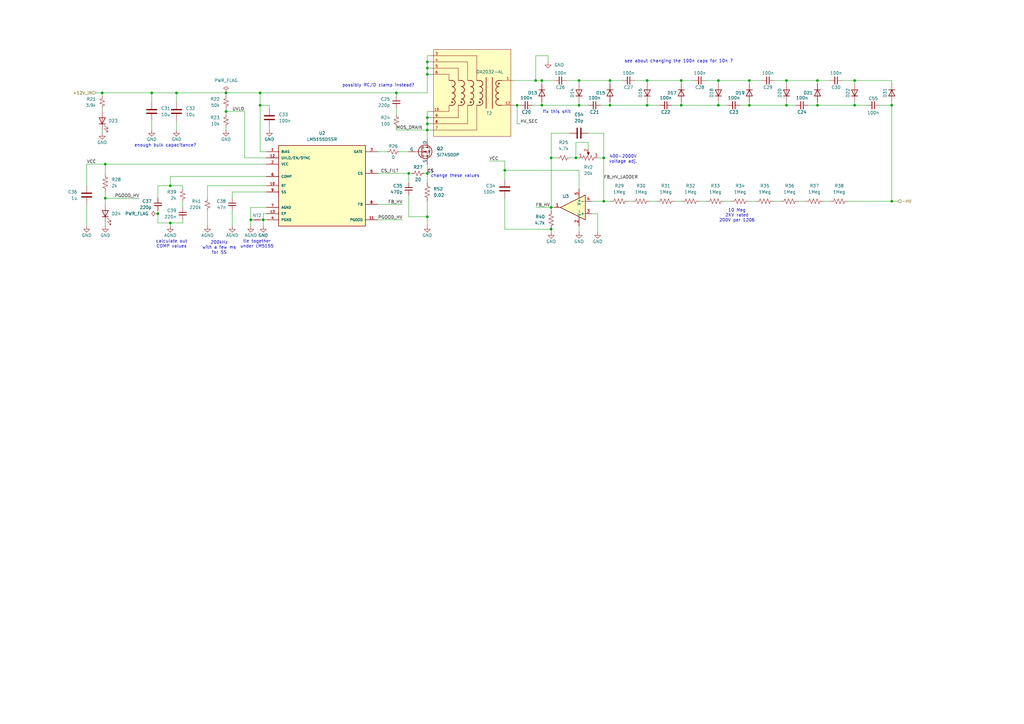
<source format=kicad_sch>
(kicad_sch (version 20250114) (generator "eeschema") (generator_version "9.0")
  (paper "A3")
  (lib_symbols
    (symbol "Amplifier_Operational:TLV2371DBV" (pin_names (offset 0.127))
      (property "Reference" "U2" (at -5.6581 10.16 0))
      (property "Value" "TLV314QDBVR" (at -5.6581 7.62 0))
      (symbol "TLV2371DBV_0_1"
        (pin power_in line (at -2.54 7.62 270) (length 3.81) (name "V+") (number "5"))
        (pin power_in line (at -2.54 -7.62 90) (length 3.81) (name "V-") (number "2"))
      )
      (symbol "TLV2371DBV_1_1"
        (pin input line (at -7.62 2.54 0) (length 2.54) (name "-") (number "4"))
        (pin input line (at -7.62 -2.54 0) (length 2.54) (name "+") (number "3"))
        (pin output line (at 7.62 0 180) (length 2.54) (name "~") (number "1"))
      )
    )
    (symbol "DA2032-AL:DA2032-AL" (pin_names (offset 1.016))
      (property "Reference" "T" (at -7.112 18.542 0))
      (property "Value" "DA2032-AL" (at -10.668 -21.59 0))
      (symbol "DA2032-AL_1_0"
        (pin passive line (at -24.13 15.24 0) (length 5.08) (name "~") (number "7"))
        (pin passive line (at -24.13 12.7 0) (length 5.08) (name "~") (number "8"))
        (pin passive line (at -24.13 10.16 0) (length 5.08) (name "~") (number "9"))
        (pin passive line (at -24.13 7.62 0) (length 5.08) (name "~") (number "10"))
        (pin passive line (at -24.13 -7.62 0) (length 5.08) (name "~") (number "6"))
        (pin passive line (at -24.13 -10.16 0) (length 5.08) (name "~") (number "5"))
        (pin passive line (at -24.13 -12.7 0) (length 5.08) (name "~") (number "4"))
        (pin passive line (at -24.13 -15.24 0) (length 5.08) (name "~") (number "3"))
        (pin no_connect line (at 10.16 12.7 180) (length 5.08) (hide yes) (name "~") (number "11"))
        (pin no_connect line (at 10.16 10.16 180) (length 5.08) (hide yes) (name "~") (number "2"))
        (pin passive line (at 10.16 5.08 180) (length 5.08) (name "~") (number "12"))
        (pin passive line (at 10.16 -5.08 180) (length 5.08) (name "~") (number "1"))
      )
    )
    (symbol "Device:C" (pin_numbers (hide yes)) (pin_names (offset 0.254))
      (property "Reference" "C" (at 0.635 2.54 0))
      (property "Value" "C" (at 0.635 -2.54 0))
      (symbol "C_1_1"
        (pin passive line (at 0 3.81 270) (length 2.794) (name "~") (number "1"))
        (pin passive line (at 0 -3.81 90) (length 2.794) (name "~") (number "2"))
      )
    )
    (symbol "Device:C_Small" (pin_numbers (hide yes)) (pin_names (offset 0.254) (hide yes))
      (property "Reference" "C" (at 0.254 1.778 0))
      (property "Value" "C_Small" (at 0.254 -2.032 0))
      (symbol "C_Small_1_1"
        (pin passive line (at 0 2.54 270) (length 2.032) (name "~") (number "1"))
        (pin passive line (at 0 -2.54 90) (length 2.032) (name "~") (number "2"))
      )
    )
    (symbol "Device:D" (pin_numbers (hide yes)) (pin_names (offset 1.016) (hide yes))
      (property "Reference" "D" (at 0 2.54 0))
      (property "Value" "D" (at 0 -2.54 0))
      (symbol "D_1_1"
        (pin passive line (at -3.81 0 0) (length 2.54) (name "K") (number "1"))
        (pin passive line (at 3.81 0 180) (length 2.54) (name "A") (number "2"))
      )
    )
    (symbol "Device:LED" (pin_numbers (hide yes)) (pin_names (offset 1.016) (hide yes))
      (property "Reference" "D" (at 0 2.54 0))
      (property "Value" "LED" (at 0 -2.54 0))
      (symbol "LED_1_1"
        (pin passive line (at -3.81 0 0) (length 2.54) (name "K") (number "1"))
        (pin passive line (at 3.81 0 180) (length 2.54) (name "A") (number "2"))
      )
    )
    (symbol "Device:NetTie_2" (pin_numbers (hide yes)) (pin_names (offset 0) (hide yes)) (in_bom no)
      (property "Reference" "NT" (at 0 1.27 0))
      (property "Value" "NetTie_2" (at 0 -1.27 0))
      (symbol "NetTie_2_1_1"
        (pin passive line (at -2.54 0 0) (length 2.54) (name "1") (number "1"))
        (pin passive line (at 2.54 0 180) (length 2.54) (name "2") (number "2"))
      )
    )
    (symbol "Device:R_Potentiometer_US" (pin_names (offset 1.016) (hide yes))
      (property "Reference" "RV" (at -4.445 0 90))
      (property "Value" "R_Potentiometer_US" (at -2.54 0 90))
      (symbol "R_Potentiometer_US_1_1"
        (pin passive line (at 0 3.81 270) (length 1.27) (name "1") (number "1"))
        (pin passive line (at 0 -3.81 90) (length 1.27) (name "3") (number "3"))
        (pin passive line (at 3.81 0 180) (length 1.27) (name "2") (number "2"))
      )
    )
    (symbol "Device:R_Small_US" (pin_numbers (hide yes)) (pin_names (offset 0.254) (hide yes))
      (property "Reference" "R" (at 0.762 0.508 0))
      (property "Value" "R_Small_US" (at 0.762 -1.016 0))
      (symbol "R_Small_US_1_1"
        (pin passive line (at 0 2.54 270) (length 1.016) (name "~") (number "1"))
        (pin passive line (at 0 -2.54 90) (length 1.016) (name "~") (number "2"))
      )
    )
    (symbol "Device:R_US" (pin_numbers (hide yes)) (pin_names (offset 0))
      (property "Reference" "R" (at 2.54 0 90))
      (property "Value" "R_US" (at -2.54 0 90))
      (symbol "R_US_1_1"
        (pin passive line (at 0 3.81 270) (length 1.27) (name "~") (number "1"))
        (pin passive line (at 0 -3.81 90) (length 1.27) (name "~") (number "2"))
      )
    )
    (symbol "LM5155DSSR:LM5155DSSR" (pin_names (offset 1.016))
      (property "Reference" "U1" (at 0 20.32 0))
      (property "Value" "LM5155DSSR" (at 0 17.78 0))
      (symbol "LM5155DSSR_0_0"
        (pin power_in line (at -22.86 12.7 0) (length 5.08) (name "BIAS") (number "1"))
        (pin input line (at -22.86 10.16 0) (length 5.08) (name "UVLO/EN/SYNC") (number "12"))
        (pin output line (at -22.86 2.54 0) (length 5.08) (name "COMP") (number "6"))
        (pin input line (at -22.86 -1.27 0) (length 5.08) (name "RT") (number "10"))
        (pin input line (at -22.86 -3.81 0) (length 5.08) (name "SS") (number "9"))
        (pin power_in line (at -22.86 -10.16 0) (length 5.08) (name "AGND") (number "7"))
        (pin power_in line (at -22.86 -12.7 0) (length 5.08) (name "EP") (number "13"))
        (pin power_in line (at -22.86 -15.24 0) (length 5.08) (name "PGND") (number "4"))
        (pin output line (at 22.86 12.7 180) (length 5.08) (name "GATE") (number "3"))
        (pin input line (at 22.86 3.81 180) (length 5.08) (name "CS") (number "5"))
        (pin input line (at 22.86 -8.89 180) (length 5.08) (name "FB") (number "8"))
        (pin output line (at 22.86 -15.24 180) (length 5.08) (name "PGOOD") (number "11"))
      )
      (symbol "LM5155DSSR_1_0"
        (pin power_out line (at -22.86 7.62 0) (length 5.08) (name "VCC") (number "2"))
      )
    )
    (symbol "Simulation_SPICE:NMOS" (pin_numbers (hide yes)) (pin_names (offset 0))
      (property "Reference" "Q1" (at 6.35 1.2701 0))
      (property "Value" "Si7450DP" (at 6.35 -1.2699 0))
      (symbol "NMOS_1_1"
        (pin input line (at -5.08 0 0) (length 2.54) (name "G") (number "4"))
        (pin passive line (at 2.54 5.08 270) (length 2.54) (name "D") (number "5"))
        (pin passive line (at 2.54 -5.08 90) (length 2.54) (hide yes) (name "S") (number "1"))
        (pin passive line (at 2.54 -5.08 90) (length 2.54) (hide yes) (name "S") (number "2"))
        (pin passive line (at 2.54 -5.08 90) (length 2.54) (name "S") (number "3"))
      )
    )
    (symbol "power:GND" (power) (pin_numbers (hide yes)) (pin_names (offset 0) (hide yes))
      (property "Value" "GND" (at 0 -3.81 0))
      (symbol "GND_1_1"
        (pin power_in line (at 0 0 270) (length 0) (name "~") (number "1"))
      )
    )
    (symbol "power:GNDA" (power) (pin_numbers (hide yes)) (pin_names (offset 0) (hide yes))
      (property "Value" "GNDA" (at 0 -3.81 0))
      (symbol "GNDA_1_1"
        (pin power_in line (at 0 0 270) (length 0) (name "~") (number "1"))
      )
    )
    (symbol "power:PWR_FLAG" (power) (pin_numbers (hide yes)) (pin_names (offset 0) (hide yes))
      (property "Value" "PWR_FLAG" (at 0 3.81 0))
      (symbol "PWR_FLAG_0_0"
        (pin power_out line (at 0 0 90) (length 0) (name "~") (number "1"))
      )
    )
  )
  (text "fix this shit " (at 228.854 45.974 0) (effects (font (size 1.27 1.27))))
  (text "tie together\nunder LM5155" (at 105.41 100.076 0) (effects (font (size 1.27 1.27))))
  (text "10 Meg\n2KV rated\n200V per 1206\n" (at 302.26 88.392 0) (effects (font (size 1.27 1.27))))
  (text "change these values" (at 186.69 72.136 0) (effects (font (size 1.27 1.27))))
  (text "400-2000V\nvoltage adj." (at 255.524 65.278 0) (effects (font (size 1.27 1.27))))
  (text "200kHz\nwith a few ms\nfor SS" (at 89.916 101.6 0) (effects (font (size 1.27 1.27))))
  (text "enough bulk capacitance?" (at 67.818 59.69 0) (effects (font (size 1.27 1.27))))
  (text "calculate out\nCOMP values" (at 70.358 100.076 0) (effects (font (size 1.27 1.27))))
  (text "see about changing the 100n caps for 10n ?" (at 278.384 25.146 0) (effects (font (size 1.27 1.27))))
  (text "possibly RC/D clamp instead?" (at 155.194 35.052 0) (effects (font (size 1.27 1.27))))
  (junction (at 175.26 50.8))
  (junction (at 322.58 33.02))
  (junction (at 43.18 81.28))
  (junction (at 226.06 64.77))
  (junction (at 335.28 33.02))
  (junction (at 226.06 85.09))
  (junction (at 106.68 38.1))
  (junction (at 335.28 43.18))
  (junction (at 365.76 43.18))
  (junction (at 175.26 88.9))
  (junction (at 265.43 33.02))
  (junction (at 106.68 43.18))
  (junction (at 237.49 33.02))
  (junction (at 350.52 43.18))
  (junction (at 307.34 33.02))
  (junction (at 175.26 71.12))
  (junction (at 175.26 53.34))
  (junction (at 92.71 38.1))
  (junction (at 265.43 43.18))
  (junction (at 247.65 64.77))
  (junction (at 41.91 38.1))
  (junction (at 236.22 64.77))
  (junction (at 175.26 30.48))
  (junction (at 247.65 82.55))
  (junction (at 279.4 43.18))
  (junction (at 222.25 43.18))
  (junction (at 175.26 27.94))
  (junction (at 250.19 33.02))
  (junction (at 237.49 43.18))
  (junction (at 167.64 71.12))
  (junction (at 307.34 43.18))
  (junction (at 279.4 33.02))
  (junction (at 219.71 33.02))
  (junction (at 69.85 91.44))
  (junction (at 162.56 38.1))
  (junction (at 64.77 87.63))
  (junction (at 294.64 43.18))
  (junction (at 222.25 33.02))
  (junction (at 72.39 38.1))
  (junction (at 294.64 33.02))
  (junction (at 43.18 67.31))
  (junction (at 250.19 43.18))
  (junction (at 92.71 45.72))
  (junction (at 212.09 43.18))
  (junction (at 107.95 90.17))
  (junction (at 69.85 76.2))
  (junction (at 207.01 69.85))
  (junction (at 62.23 38.1))
  (junction (at 350.52 33.02))
  (junction (at 102.87 90.17))
  (junction (at 365.76 82.55))
  (junction (at 226.06 93.98))
  (junction (at 322.58 43.18))
  (junction (at 175.26 25.4))
  (junction (at 175.26 48.26))
  (wire (pts (xy 279.4 34.29) (xy 279.4 33.02)))
  (wire (pts (xy 257.81 82.55) (xy 259.08 82.55)))
  (wire (pts (xy 41.91 38.1) (xy 62.23 38.1)))
  (wire (pts (xy 106.68 38.1) (xy 106.68 43.18)))
  (wire (pts (xy 265.43 43.18) (xy 265.43 41.91)))
  (wire (pts (xy 247.65 82.55) (xy 250.19 82.55)))
  (wire (pts (xy 64.77 86.36) (xy 64.77 87.63)))
  (wire (pts (xy 322.58 33.02) (xy 322.58 34.29)))
  (wire (pts (xy 43.18 81.28) (xy 57.15 81.28)))
  (wire (pts (xy 41.91 45.72) (xy 41.91 44.45)))
  (wire (pts (xy 35.56 76.2) (xy 35.56 67.31)))
  (wire (pts (xy 327.66 82.55) (xy 330.2 82.55)))
  (wire (pts (xy 294.64 33.02) (xy 294.64 34.29)))
  (wire (pts (xy 85.09 76.2) (xy 85.09 81.28)))
  (wire (pts (xy 109.22 87.63) (xy 107.95 87.63)))
  (wire (pts (xy 360.68 43.18) (xy 365.76 43.18)))
  (wire (pts (xy 200.66 66.04) (xy 207.01 66.04)))
  (wire (pts (xy 224.79 25.4) (xy 224.79 22.86)))
  (wire (pts (xy 222.25 43.18) (xy 222.25 41.91)))
  (wire (pts (xy 95.25 86.36) (xy 95.25 92.71)))
  (wire (pts (xy 276.86 82.55) (xy 279.4 82.55)))
  (wire (pts (xy 102.87 90.17) (xy 102.87 92.71)))
  (wire (pts (xy 167.64 71.12) (xy 168.91 71.12)))
  (wire (pts (xy 167.64 80.01) (xy 167.64 88.9)))
  (wire (pts (xy 345.44 33.02) (xy 350.52 33.02)))
  (wire (pts (xy 250.19 34.29) (xy 250.19 33.02)))
  (wire (pts (xy 154.94 90.17) (xy 165.1 90.17)))
  (wire (pts (xy 331.47 43.18) (xy 335.28 43.18)))
  (wire (pts (xy 175.26 25.4) (xy 175.26 22.86)))
  (wire (pts (xy 175.26 27.94) (xy 175.26 25.4)))
  (wire (pts (xy 236.22 64.77) (xy 237.49 64.77)))
  (wire (pts (xy 92.71 38.1) (xy 106.68 38.1)))
  (wire (pts (xy 297.18 82.55) (xy 299.72 82.55)))
  (wire (pts (xy 335.28 43.18) (xy 350.52 43.18)))
  (wire (pts (xy 207.01 93.98) (xy 226.06 93.98)))
  (wire (pts (xy 74.93 76.2) (xy 74.93 77.47)))
  (wire (pts (xy 236.22 58.42) (xy 241.3 58.42)))
  (wire (pts (xy 162.56 52.07) (xy 162.56 53.34)))
  (wire (pts (xy 175.26 53.34) (xy 175.26 57.15)))
  (wire (pts (xy 175.26 50.8) (xy 175.26 48.26)))
  (wire (pts (xy 226.06 85.09) (xy 226.06 86.36)))
  (wire (pts (xy 242.57 82.55) (xy 247.65 82.55)))
  (wire (pts (xy 173.99 71.12) (xy 175.26 71.12)))
  (wire (pts (xy 265.43 43.18) (xy 270.51 43.18)))
  (wire (pts (xy 64.77 87.63) (xy 64.77 91.44)))
  (wire (pts (xy 365.76 33.02) (xy 365.76 34.29)))
  (wire (pts (xy 237.49 92.71) (xy 237.49 95.25)))
  (wire (pts (xy 162.56 53.34) (xy 175.26 53.34)))
  (wire (pts (xy 287.02 82.55) (xy 289.56 82.55)))
  (wire (pts (xy 62.23 38.1) (xy 62.23 41.91)))
  (wire (pts (xy 64.77 76.2) (xy 69.85 76.2)))
  (wire (pts (xy 218.44 43.18) (xy 222.25 43.18)))
  (wire (pts (xy 41.91 39.37) (xy 41.91 38.1)))
  (wire (pts (xy 322.58 43.18) (xy 326.39 43.18)))
  (wire (pts (xy 233.68 54.61) (xy 226.06 54.61)))
  (wire (pts (xy 107.95 90.17) (xy 107.95 92.71)))
  (wire (pts (xy 365.76 43.18) (xy 365.76 82.55)))
  (wire (pts (xy 222.25 33.02) (xy 227.33 33.02)))
  (wire (pts (xy 241.3 54.61) (xy 247.65 54.61)))
  (wire (pts (xy 43.18 91.44) (xy 43.18 92.71)))
  (wire (pts (xy 109.22 85.09) (xy 102.87 85.09)))
  (wire (pts (xy 109.22 76.2) (xy 85.09 76.2)))
  (wire (pts (xy 109.22 78.74) (xy 95.25 78.74)))
  (wire (pts (xy 347.98 82.55) (xy 365.76 82.55)))
  (wire (pts (xy 175.26 88.9) (xy 175.26 92.71)))
  (wire (pts (xy 74.93 82.55) (xy 74.93 85.09)))
  (wire (pts (xy 275.59 43.18) (xy 279.4 43.18)))
  (wire (pts (xy 219.71 22.86) (xy 219.71 33.02)))
  (wire (pts (xy 294.64 43.18) (xy 298.45 43.18)))
  (wire (pts (xy 350.52 43.18) (xy 350.52 41.91)))
  (wire (pts (xy 237.49 43.18) (xy 241.3 43.18)))
  (wire (pts (xy 69.85 72.39) (xy 69.85 76.2)))
  (wire (pts (xy 175.26 48.26) (xy 176.53 48.26)))
  (wire (pts (xy 167.64 88.9) (xy 175.26 88.9)))
  (wire (pts (xy 106.68 62.23) (xy 109.22 62.23)))
  (wire (pts (xy 39.37 38.1) (xy 41.91 38.1)))
  (wire (pts (xy 307.34 43.18) (xy 307.34 41.91)))
  (wire (pts (xy 175.26 82.55) (xy 175.26 88.9)))
  (wire (pts (xy 69.85 76.2) (xy 74.93 76.2)))
  (wire (pts (xy 35.56 83.82) (xy 35.56 92.71)))
  (wire (pts (xy 92.71 52.07) (xy 92.71 53.34)))
  (wire (pts (xy 303.53 43.18) (xy 307.34 43.18)))
  (wire (pts (xy 317.5 82.55) (xy 320.04 82.55)))
  (wire (pts (xy 175.26 45.72) (xy 176.53 45.72)))
  (wire (pts (xy 69.85 91.44) (xy 69.85 92.71)))
  (wire (pts (xy 242.57 87.63) (xy 245.11 87.63)))
  (wire (pts (xy 102.87 85.09) (xy 102.87 90.17)))
  (wire (pts (xy 207.01 81.28) (xy 207.01 93.98)))
  (wire (pts (xy 207.01 69.85) (xy 237.49 69.85)))
  (wire (pts (xy 212.09 50.8) (xy 213.36 50.8)))
  (wire (pts (xy 175.26 27.94) (xy 176.53 27.94)))
  (wire (pts (xy 365.76 43.18) (xy 365.76 41.91)))
  (wire (pts (xy 365.76 82.55) (xy 368.3 82.55)))
  (wire (pts (xy 100.33 64.77) (xy 109.22 64.77)))
  (wire (pts (xy 307.34 43.18) (xy 322.58 43.18)))
  (wire (pts (xy 62.23 38.1) (xy 72.39 38.1)))
  (wire (pts (xy 232.41 33.02) (xy 237.49 33.02)))
  (wire (pts (xy 43.18 67.31) (xy 43.18 71.12)))
  (wire (pts (xy 74.93 90.17) (xy 74.93 91.44)))
  (wire (pts (xy 260.35 33.02) (xy 265.43 33.02)))
  (wire (pts (xy 279.4 33.02) (xy 284.48 33.02)))
  (wire (pts (xy 175.26 25.4) (xy 176.53 25.4)))
  (wire (pts (xy 154.94 62.23) (xy 158.75 62.23)))
  (wire (pts (xy 69.85 91.44) (xy 74.93 91.44)))
  (wire (pts (xy 110.49 43.18) (xy 106.68 43.18)))
  (wire (pts (xy 175.26 38.1) (xy 175.26 30.48)))
  (wire (pts (xy 226.06 64.77) (xy 226.06 85.09)))
  (wire (pts (xy 62.23 49.53) (xy 62.23 53.34)))
  (wire (pts (xy 219.71 85.09) (xy 226.06 85.09)))
  (wire (pts (xy 175.26 22.86) (xy 176.53 22.86)))
  (wire (pts (xy 237.49 33.02) (xy 250.19 33.02)))
  (wire (pts (xy 207.01 69.85) (xy 207.01 73.66)))
  (wire (pts (xy 307.34 34.29) (xy 307.34 33.02)))
  (wire (pts (xy 289.56 33.02) (xy 294.64 33.02)))
  (wire (pts (xy 247.65 64.77) (xy 247.65 82.55)))
  (wire (pts (xy 335.28 33.02) (xy 340.36 33.02)))
  (wire (pts (xy 246.38 43.18) (xy 250.19 43.18)))
  (wire (pts (xy 85.09 86.36) (xy 85.09 92.71)))
  (wire (pts (xy 250.19 43.18) (xy 265.43 43.18)))
  (wire (pts (xy 109.22 72.39) (xy 69.85 72.39)))
  (wire (pts (xy 162.56 38.1) (xy 162.56 39.37)))
  (wire (pts (xy 322.58 33.02) (xy 335.28 33.02)))
  (wire (pts (xy 335.28 43.18) (xy 335.28 41.91)))
  (wire (pts (xy 236.22 64.77) (xy 236.22 58.42)))
  (wire (pts (xy 222.25 34.29) (xy 222.25 33.02)))
  (wire (pts (xy 294.64 33.02) (xy 307.34 33.02)))
  (wire (pts (xy 219.71 33.02) (xy 222.25 33.02)))
  (wire (pts (xy 350.52 33.02) (xy 365.76 33.02)))
  (wire (pts (xy 92.71 45.72) (xy 92.71 46.99)))
  (wire (pts (xy 237.49 69.85) (xy 237.49 77.47)))
  (wire (pts (xy 167.64 71.12) (xy 167.64 74.93)))
  (wire (pts (xy 43.18 67.31) (xy 109.22 67.31)))
  (wire (pts (xy 72.39 38.1) (xy 72.39 41.91)))
  (wire (pts (xy 110.49 44.45) (xy 110.49 43.18)))
  (wire (pts (xy 43.18 78.74) (xy 43.18 81.28)))
  (wire (pts (xy 350.52 33.02) (xy 350.52 34.29)))
  (wire (pts (xy 233.68 64.77) (xy 236.22 64.77)))
  (wire (pts (xy 43.18 81.28) (xy 43.18 83.82)))
  (wire (pts (xy 154.94 71.12) (xy 167.64 71.12)))
  (wire (pts (xy 163.83 62.23) (xy 167.64 62.23)))
  (wire (pts (xy 294.64 43.18) (xy 294.64 41.91)))
  (wire (pts (xy 322.58 43.18) (xy 322.58 41.91)))
  (wire (pts (xy 222.25 43.18) (xy 237.49 43.18)))
  (wire (pts (xy 107.95 87.63) (xy 107.95 90.17)))
  (wire (pts (xy 175.26 50.8) (xy 176.53 50.8)))
  (wire (pts (xy 247.65 54.61) (xy 247.65 64.77)))
  (wire (pts (xy 226.06 64.77) (xy 228.6 64.77)))
  (wire (pts (xy 317.5 33.02) (xy 322.58 33.02)))
  (wire (pts (xy 250.19 33.02) (xy 255.27 33.02)))
  (wire (pts (xy 279.4 43.18) (xy 279.4 41.91)))
  (wire (pts (xy 279.4 43.18) (xy 294.64 43.18)))
  (wire (pts (xy 226.06 54.61) (xy 226.06 64.77)))
  (wire (pts (xy 106.68 43.18) (xy 106.68 62.23)))
  (wire (pts (xy 207.01 69.85) (xy 207.01 66.04)))
  (wire (pts (xy 175.26 71.12) (xy 175.26 74.93)))
  (wire (pts (xy 41.91 53.34) (xy 41.91 54.61)))
  (wire (pts (xy 64.77 91.44) (xy 69.85 91.44)))
  (wire (pts (xy 72.39 49.53) (xy 72.39 53.34)))
  (wire (pts (xy 241.3 58.42) (xy 241.3 60.96)))
  (wire (pts (xy 109.22 90.17) (xy 107.95 90.17)))
  (wire (pts (xy 307.34 82.55) (xy 309.88 82.55)))
  (wire (pts (xy 110.49 52.07) (xy 110.49 53.34)))
  (wire (pts (xy 237.49 33.02) (xy 237.49 34.29)))
  (wire (pts (xy 350.52 43.18) (xy 355.6 43.18)))
  (wire (pts (xy 224.79 22.86) (xy 219.71 22.86)))
  (wire (pts (xy 226.06 85.09) (xy 227.33 85.09)))
  (wire (pts (xy 175.26 48.26) (xy 175.26 45.72)))
  (wire (pts (xy 106.68 38.1) (xy 162.56 38.1)))
  (wire (pts (xy 175.26 30.48) (xy 175.26 27.94)))
  (wire (pts (xy 92.71 44.45) (xy 92.71 45.72)))
  (wire (pts (xy 337.82 82.55) (xy 340.36 82.55)))
  (wire (pts (xy 245.11 64.77) (xy 247.65 64.77)))
  (wire (pts (xy 210.82 43.18) (xy 212.09 43.18)))
  (wire (pts (xy 245.11 87.63) (xy 245.11 95.25)))
  (wire (pts (xy 226.06 93.98) (xy 226.06 95.25)))
  (wire (pts (xy 92.71 38.1) (xy 92.71 39.37)))
  (wire (pts (xy 237.49 43.18) (xy 237.49 41.91)))
  (wire (pts (xy 265.43 33.02) (xy 279.4 33.02)))
  (wire (pts (xy 307.34 33.02) (xy 312.42 33.02)))
  (wire (pts (xy 210.82 33.02) (xy 219.71 33.02)))
  (wire (pts (xy 212.09 43.18) (xy 213.36 43.18)))
  (wire (pts (xy 335.28 34.29) (xy 335.28 33.02)))
  (wire (pts (xy 266.7 82.55) (xy 269.24 82.55)))
  (wire (pts (xy 72.39 38.1) (xy 92.71 38.1)))
  (wire (pts (xy 95.25 78.74) (xy 95.25 81.28)))
  (wire (pts (xy 154.94 83.82) (xy 165.1 83.82)))
  (wire (pts (xy 100.33 45.72) (xy 100.33 64.77)))
  (wire (pts (xy 175.26 30.48) (xy 176.53 30.48)))
  (wire (pts (xy 175.26 67.31) (xy 175.26 71.12)))
  (wire (pts (xy 64.77 81.28) (xy 64.77 76.2)))
  (wire (pts (xy 250.19 43.18) (xy 250.19 41.91)))
  (wire (pts (xy 175.26 53.34) (xy 175.26 50.8)))
  (wire (pts (xy 212.09 43.18) (xy 212.09 50.8)))
  (wire (pts (xy 92.71 45.72) (xy 100.33 45.72)))
  (wire (pts (xy 162.56 38.1) (xy 175.26 38.1)))
  (wire (pts (xy 265.43 33.02) (xy 265.43 34.29)))
  (wire (pts (xy 35.56 67.31) (xy 43.18 67.31)))
  (wire (pts (xy 162.56 44.45) (xy 162.56 46.99)))
  (wire (pts (xy 176.53 53.34) (xy 175.26 53.34)))
  (label "VCC" (at 200.66 66.04 0))
  (label "VCC" (at 35.56 67.31 0))
  (label "FB_HV" (at 165.1 83.82 180))
  (label "CS_FILT" (at 156.21 71.12 0))
  (label "MOS_DRAIN" (at 162.56 53.34 0))
  (label "UVLO" (at 95.25 45.72 0))
  (label "PGOOD_HV" (at 165.1 90.17 180))
  (label "HV_SEC" (at 213.36 50.8 0))
  (label "FB_HV_LADDER" (at 247.65 73.66 0))
  (label "CS" (at 175.26 71.12 0))
  (label "CS" (at 175.26 71.12 0))
  (label "FB_HV" (at 219.71 85.09 0))
  (label "PGOOD_HV" (at 57.15 81.28 180))
  (hierarchical_label "-HV" (shape input) (at 368.3 82.55 0))
  (hierarchical_label "+12V_IN" (shape input) (at 39.37 38.1 180))
  (symbol (lib_id "Device:D") (at 237.49 38.1 270) (mirror x) (unit 1)
    (property "Reference" "D14" (at 234.696 38.1 0))
    (property "Value" "D" (effects (hide yes)))
    (property "Footprint" "Diode_SMD:D_SMA" (effects (hide yes)))
    (property "Datasheet" "RS1M" (effects (hide yes)))
    (property "Description" "Diode" (effects (hide yes)))
    (property "Sim.Device" "D" (effects (hide yes)))
    (property "Sim.Pins" "1=K 2=A" (effects (hide yes)))
  )
  (symbol (lib_id "power:GND") (at 35.56 92.71 0) (unit 1)
    (property "Reference" "#PWR031" (effects (hide yes)))
    (property "Value" "GND" (at 35.56 96.52 0))
    (property "Description" "Power symbol creates a global label with name \"GND\" , ground" (effects (hide yes)))
  )
  (symbol (lib_id "Device:C") (at 72.39 45.72 0) (unit 1)
    (property "Reference" "C32" (at 76.2 44.4499 0) (effects (justify left)))
    (property "Value" "10u" (at 76.2 46.9899 0) (effects (justify left)))
    (property "Footprint" "Capacitor_SMD:C_0805_2012Metric" (effects (hide yes)))
    (property "Datasheet" "CL21A106KAYNNNE" (effects (hide yes)))
    (property "Description" "Unpolarized capacitor" (effects (hide yes)))
  )
  (symbol (lib_id "Device:R_Small_US") (at 231.14 64.77 90) (unit 1)
    (property "Reference" "R25" (at 231.14 58.42 90))
    (property "Value" "4.7k" (at 231.14 60.96 90))
    (property "Footprint" "Resistor_SMD:R_0603_1608Metric" (effects (hide yes)))
    (property "Description" "Resistor, small US symbol" (effects (hide yes)))
  )
  (symbol (lib_id "Device:R_US") (at 313.69 82.55 90) (unit 1)
    (property "Reference" "R35" (at 313.69 76.2 90))
    (property "Value" "1Meg" (at 313.69 78.74 90))
    (property "Footprint" "Resistor_SMD:R_1206_3216Metric" (effects (hide yes)))
    (property "Description" "Resistor, US symbol" (effects (hide yes)))
  )
  (symbol (lib_id "Device:C_Small") (at 314.96 33.02 270) (unit 1)
    (property "Reference" "C29" (at 314.96 35.814 90))
    (property "Value" "100n" (at 314.96 29.972 90))
    (property "Footprint" "Capacitor_SMD:C_1812_4532Metric" (effects (hide yes)))
    (property "Datasheet" "C1812X104K102T" (effects (hide yes)))
    (property "Description" "Unpolarized capacitor, small symbol" (effects (hide yes)))
  )
  (symbol (lib_id "power:GND") (at 43.18 92.71 0) (unit 1)
    (property "Reference" "#PWR032" (effects (hide yes)))
    (property "Value" "GND" (at 43.18 96.52 0))
    (property "Description" "Power symbol creates a global label with name \"GND\" , ground" (effects (hide yes)))
  )
  (symbol (lib_id "power:GND") (at 72.39 53.34 0) (unit 1)
    (property "Reference" "#PWR024" (effects (hide yes)))
    (property "Value" "GND" (at 72.39 57.15 0))
    (property "Description" "Power symbol creates a global label with name \"GND\" , ground" (effects (hide yes)))
  )
  (symbol (lib_id "Device:R_US") (at 226.06 90.17 0) (mirror y) (unit 1)
    (property "Reference" "R40" (at 223.52 88.8999 0) (effects (justify left)))
    (property "Value" "4.7k" (at 223.52 91.4399 0) (effects (justify left)))
    (property "Footprint" "Resistor_SMD:R_0603_1608Metric" (effects (hide yes)))
    (property "Description" "Resistor, US symbol" (effects (hide yes)))
  )
  (symbol (lib_id "power:GND") (at 245.11 95.25 0) (unit 1)
    (property "Reference" "#PWR030" (effects (hide yes)))
    (property "Value" "GND" (at 245.11 99.06 0))
    (property "Description" "Power symbol creates a global label with name \"GND\" , ground" (effects (hide yes)))
  )
  (symbol (lib_id "power:GND") (at 237.49 95.25 0) (unit 1)
    (property "Reference" "#PWR029" (effects (hide yes)))
    (property "Value" "GND" (at 237.49 99.06 0))
    (property "Description" "Power symbol creates a global label with name \"GND\" , ground" (effects (hide yes)))
  )
  (symbol (lib_id "Device:D") (at 222.25 38.1 90) (mirror x) (unit 1)
    (property "Reference" "D13" (at 218.44 38.1 90))
    (property "Value" "D" (effects (hide yes)))
    (property "Footprint" "Diode_SMD:D_SMA" (effects (hide yes)))
    (property "Datasheet" "RS1M" (effects (hide yes)))
    (property "Description" "Diode" (effects (hide yes)))
    (property "Sim.Device" "D" (effects (hide yes)))
    (property "Sim.Pins" "1=K 2=A" (effects (hide yes)))
  )
  (symbol (lib_id "Device:R_US") (at 323.85 82.55 90) (unit 1)
    (property "Reference" "R36" (at 323.85 76.2 90))
    (property "Value" "1Meg" (at 323.85 78.74 90))
    (property "Footprint" "Resistor_SMD:R_1206_3216Metric" (effects (hide yes)))
    (property "Description" "Resistor, US symbol" (effects (hide yes)))
  )
  (symbol (lib_id "power:GND") (at 110.49 53.34 0) (unit 1)
    (property "Reference" "#PWR026" (effects (hide yes)))
    (property "Value" "GND" (at 110.49 57.15 0))
    (property "Description" "Power symbol creates a global label with name \"GND\" , ground" (effects (hide yes)))
  )
  (symbol (lib_id "Device:C_Small") (at 229.87 33.02 270) (unit 1)
    (property "Reference" "C26" (at 229.87 35.814 90))
    (property "Value" "100n" (at 229.87 29.972 90))
    (property "Footprint" "Capacitor_SMD:C_1812_4532Metric" (effects (hide yes)))
    (property "Datasheet" "C1812X104K102T" (effects (hide yes)))
    (property "Description" "Unpolarized capacitor, small symbol" (effects (hide yes)))
  )
  (symbol (lib_id "power:GND") (at 226.06 95.25 0) (unit 1)
    (property "Reference" "#PWR028" (effects (hide yes)))
    (property "Value" "GND" (at 226.06 99.06 0))
    (property "Description" "Power symbol creates a global label with name \"GND\" , ground" (effects (hide yes)))
  )
  (symbol (lib_id "Device:R_US") (at 262.89 82.55 90) (unit 1)
    (property "Reference" "R30" (at 262.89 76.2 90))
    (property "Value" "1Meg" (at 262.89 78.74 90))
    (property "Footprint" "Resistor_SMD:R_1206_3216Metric" (effects (hide yes)))
    (property "Description" "Resistor, US symbol" (effects (hide yes)))
  )
  (symbol (lib_id "power:GNDA") (at 85.09 92.71 0) (unit 1)
    (property "Reference" "#PWR034" (effects (hide yes)))
    (property "Value" "AGND" (at 85.09 96.52 0))
    (property "Description" "Power symbol creates a global label with name \"GNDA\" , analog ground" (effects (hide yes)))
  )
  (symbol (lib_id "Device:LED") (at 41.91 49.53 90) (unit 1)
    (property "Reference" "D23" (at 44.45 49.53 90) (effects (justify right)))
    (property "Value" "LED" (effects (hide yes)))
    (property "Footprint" "LED_SMD:LED_0603_1608Metric" (effects (hide yes)))
    (property "Description" "Light emitting diode" (effects (hide yes)))
    (property "Sim.Pins" "1=K 2=A" (effects (hide yes)))
  )
  (symbol (lib_id "Amplifier_Operational:TLV2371DBV") (at 234.95 85.09 0) (mirror y) (unit 1)
    (property "Reference" "U3" (at 230.632 80.518 0) (effects (justify right)))
    (property "Value" "TLV237" (effects (hide yes)))
    (property "Footprint" "Package_TO_SOT_SMD:SOT-23-5" (effects (hide yes)))
    (property "Datasheet" "http://www.ti.com/lit/ds/symlink/tlv2375.pdf" (effects (hide yes)))
    (property "Description" "Rail-to-Rail Input/Output Operational Amplifier, SOT-23-5" (effects (hide yes)))
  )
  (symbol (lib_id "Device:R_US") (at 254 82.55 90) (unit 1)
    (property "Reference" "R29" (at 254 76.2 90))
    (property "Value" "1Meg" (at 254 78.74 90))
    (property "Footprint" "Resistor_SMD:R_1206_3216Metric" (effects (hide yes)))
    (property "Description" "Resistor, US symbol" (effects (hide yes)))
  )
  (symbol (lib_id "Device:R_US") (at 273.05 82.55 90) (unit 1)
    (property "Reference" "R31" (at 273.05 76.2 90))
    (property "Value" "1Meg" (at 273.05 78.74 90))
    (property "Footprint" "Resistor_SMD:R_1206_3216Metric" (effects (hide yes)))
    (property "Description" "Resistor, US symbol" (effects (hide yes)))
  )
  (symbol (lib_id "LM5155DSSR:LM5155DSSR") (at 132.08 74.93 0) (unit 1)
    (property "Reference" "U2" (at 132.08 54.61 0))
    (property "Value" "LM5155DSSR" (at 132.08 57.15 0))
    (property "Footprint" "LM5155:IC_LM5155DSSR" (effects (hide yes)))
    (property "MF" "Texas Instruments" (effects (hide yes)))
    (property "MAXIMUM_PACKAGE_HEIGHT" "0.8mm" (effects (hide yes)))
    (property "Package" "WSON-12 Texas Instruments" (effects (hide yes)))
    (property "Price" "None" (effects (hide yes)))
    (property "Check_prices" "https://www.snapeda.com/parts/LM5155DSSR/Texas+Instruments/view-part/?ref=eda" (effects (hide yes)))
    (property "STANDARD" "Manufacturer Recommendations" (effects (hide yes)))
    (property "PARTREV" "E" (effects (hide yes)))
    (property "SnapEDA_Link" "https://www.snapeda.com/parts/LM5155DSSR/Texas+Instruments/view-part/?ref=snap" (effects (hide yes)))
    (property "MP" "LM5155DSSR" (effects (hide yes)))
    (property "Description_1" "2.2-MHz wide VIN, 1.5-A MOSFET driver, non-synchronous boost controller" (effects (hide yes)))
    (property "Availability" "In Stock" (effects (hide yes)))
    (property "MANUFACTURER" "Texas Instruments" (effects (hide yes)))
  )
  (symbol (lib_id "Device:C_Small") (at 167.64 77.47 0) (mirror y) (unit 1)
    (property "Reference" "C35" (at 165.1 76.2062 0) (effects (justify left)))
    (property "Value" "470p" (at 165.1 78.7462 0) (effects (justify left)))
    (property "Footprint" "Capacitor_SMD:C_0603_1608Metric" (effects (hide yes)))
    (property "Description" "Unpolarized capacitor, small symbol" (effects (hide yes)))
  )
  (symbol (lib_id "Device:C") (at 62.23 45.72 0) (unit 1)
    (property "Reference" "C31" (at 66.04 44.4499 0) (effects (justify left)))
    (property "Value" "10u" (at 66.04 46.9899 0) (effects (justify left)))
    (property "Footprint" "Capacitor_SMD:C_0805_2012Metric" (effects (hide yes)))
    (property "Datasheet" "CL21A106KAYNNNE" (effects (hide yes)))
    (property "Description" "Unpolarized capacitor" (effects (hide yes)))
  )
  (symbol (lib_id "Device:R_Potentiometer_US") (at 241.3 64.77 90) (unit 1)
    (property "Reference" "RV2" (at 241.3 68.58 90))
    (property "Value" "20k" (at 241.3 71.12 90))
    (property "Footprint" "Potentiometer_THT:Potentiometer_Bourns_3296Y_Vertical" (effects (hide yes)))
    (property "Description" "Potentiometer, US symbol" (effects (hide yes)))
  )
  (symbol (lib_id "Device:C_Small") (at 257.81 33.02 270) (unit 1)
    (property "Reference" "C27" (at 257.81 35.814 90))
    (property "Value" "100n" (at 257.81 29.972 90))
    (property "Footprint" "Capacitor_SMD:C_1812_4532Metric" (effects (hide yes)))
    (property "Datasheet" "C1812X104K102T" (effects (hide yes)))
    (property "Description" "Unpolarized capacitor, small symbol" (effects (hide yes)))
  )
  (symbol (lib_id "Simulation_SPICE:NMOS") (at 172.72 62.23 0) (unit 1)
    (property "Reference" "Q2" (at 179.07 60.9599 0) (effects (justify left)))
    (property "Value" "Si7450DP" (at 179.07 63.4999 0) (effects (justify left)))
    (property "Footprint" "Package_SO:PowerPAK_SO-8_Single" (effects (hide yes)))
    (property "Datasheet" "https://ngspice.sourceforge.io/docs/ngspice-html-manual/manual.xhtml#cha_MOSFETs" (effects (hide yes)))
    (property "Description" "N-MOSFET transistor, drain/source/gate" (effects (hide yes)))
    (property "Sim.Device" "NMOS" (effects (hide yes)))
    (property "Sim.Type" "VDMOS" (effects (hide yes)))
    (property "Sim.Pins" "1=D 2=G 3=S" (effects (hide yes)))
  )
  (symbol (lib_id "power:GND") (at 224.79 25.4 0) (unit 1)
    (property "Reference" "#PWR022" (effects (hide yes)))
    (property "Value" "GND" (at 227.33 26.6699 0) (effects (justify left)))
    (property "Description" "Power symbol creates a global label with name \"GND\" , ground" (effects (hide yes)))
  )
  (symbol (lib_id "Device:R_Small_US") (at 92.71 49.53 0) (mirror y) (unit 1)
    (property "Reference" "R23" (at 90.17 48.2599 0) (effects (justify left)))
    (property "Value" "10k" (at 90.17 50.7999 0) (effects (justify left)))
    (property "Footprint" "Resistor_SMD:R_0603_1608Metric" (effects (hide yes)))
    (property "Description" "Resistor, small US symbol" (effects (hide yes)))
  )
  (symbol (lib_id "Device:R_Small_US") (at 162.56 49.53 0) (unit 1)
    (property "Reference" "R24" (at 160.02 48.2599 0) (effects (justify right)))
    (property "Value" "100" (at 160.02 50.7999 0) (effects (justify right)))
    (property "Footprint" "Resistor_SMD:R_1206_3216Metric" (effects (hide yes)))
    (property "Description" "Resistor, small US symbol" (effects (hide yes)))
  )
  (symbol (lib_id "Device:R_Small_US") (at 74.93 80.01 0) (mirror y) (unit 1)
    (property "Reference" "R39" (at 72.39 78.7399 0) (effects (justify left)))
    (property "Value" "2k" (at 72.39 81.2799 0) (effects (justify left)))
    (property "Footprint" "Resistor_SMD:R_0603_1608Metric" (effects (hide yes)))
    (property "Description" "Resistor, small US symbol" (effects (hide yes)))
  )
  (symbol (lib_id "Device:R_Small_US") (at 85.09 83.82 0) (mirror y) (unit 1)
    (property "Reference" "R41" (at 82.55 82.5499 0) (effects (justify left)))
    (property "Value" "220k" (at 82.55 85.0899 0) (effects (justify left)))
    (property "Footprint" "Resistor_SMD:R_0603_1608Metric" (effects (hide yes)))
    (property "Description" "Resistor, small US symbol" (effects (hide yes)))
  )
  (symbol (lib_id "Device:C_Small") (at 287.02 33.02 270) (unit 1)
    (property "Reference" "C28" (at 287.02 35.814 90))
    (property "Value" "100n" (at 287.02 29.972 90))
    (property "Footprint" "Capacitor_SMD:C_1812_4532Metric" (effects (hide yes)))
    (property "Datasheet" "C1812X104K102T" (effects (hide yes)))
    (property "Description" "Unpolarized capacitor, small symbol" (effects (hide yes)))
  )
  (symbol (lib_id "Device:LED") (at 43.18 87.63 90) (unit 1)
    (property "Reference" "D24" (at 45.72 87.63 90) (effects (justify right)))
    (property "Value" "LED" (effects (hide yes)))
    (property "Footprint" "LED_SMD:LED_0603_1608Metric" (effects (hide yes)))
    (property "Description" "Light emitting diode" (effects (hide yes)))
    (property "Sim.Pins" "1=K 2=A" (effects (hide yes)))
  )
  (symbol (lib_id "Device:R_US") (at 334.01 82.55 90) (unit 1)
    (property "Reference" "R37" (at 334.01 76.2 90))
    (property "Value" "1Meg" (at 334.01 78.74 90))
    (property "Footprint" "Resistor_SMD:R_1206_3216Metric" (effects (hide yes)))
    (property "Description" "Resistor, US symbol" (effects (hide yes)))
  )
  (symbol (lib_id "Device:C_Small") (at 64.77 83.82 0) (unit 1)
    (property "Reference" "C37" (at 62.23 82.5562 0) (effects (justify right)))
    (property "Value" "220p" (at 62.23 85.0962 0) (effects (justify right)))
    (property "Footprint" "Capacitor_SMD:C_0603_1608Metric" (effects (hide yes)))
    (property "Description" "Unpolarized capacitor, small symbol" (effects (hide yes)))
  )
  (symbol (lib_id "Device:R_Small_US") (at 161.29 62.23 90) (unit 1)
    (property "Reference" "R26" (at 161.29 59.944 90))
    (property "Value" "0" (at 161.29 64.516 90))
    (property "Footprint" "Resistor_SMD:R_0603_1608Metric" (effects (hide yes)))
    (property "Description" "Resistor, small US symbol" (effects (hide yes)))
  )
  (symbol (lib_id "Device:R_US") (at 175.26 78.74 0) (unit 1)
    (property "Reference" "RS2" (at 177.8 77.4699 0) (effects (justify left)))
    (property "Value" "0.02" (at 177.8 80.0099 0) (effects (justify left)))
    (property "Footprint" "Resistor_SMD:R_1206_3216Metric" (effects (hide yes)))
    (property "Datasheet" "FMF06FTHR015-LH" (effects (hide yes)))
    (property "Description" "Resistor, US symbol" (effects (hide yes)))
  )
  (symbol (lib_id "Device:C_Small") (at 328.93 43.18 270) (unit 1)
    (property "Reference" "C24" (at 328.93 45.974 90))
    (property "Value" "100n" (at 328.93 40.132 90))
    (property "Footprint" "Capacitor_SMD:C_1812_4532Metric" (effects (hide yes)))
    (property "Datasheet" "C1812X104K102T" (effects (hide yes)))
    (property "Description" "Unpolarized capacitor, small symbol" (effects (hide yes)))
  )
  (symbol (lib_id "power:PWR_FLAG") (at 92.71 38.1 0) (unit 1)
    (property "Reference" "#FLG05" (effects (hide yes)))
    (property "Value" "PWR_FLAG" (at 92.71 33.02 0))
    (property "Description" "Special symbol for telling ERC where power comes from" (effects (hide yes)))
  )
  (symbol (lib_id "Device:D") (at 265.43 38.1 270) (mirror x) (unit 1)
    (property "Reference" "D16" (at 262.636 38.1 0))
    (property "Value" "D" (effects (hide yes)))
    (property "Footprint" "Diode_SMD:D_SMA" (effects (hide yes)))
    (property "Datasheet" "RS1M" (effects (hide yes)))
    (property "Description" "Diode" (effects (hide yes)))
    (property "Sim.Device" "D" (effects (hide yes)))
    (property "Sim.Pins" "1=K 2=A" (effects (hide yes)))
  )
  (symbol (lib_id "power:GNDA") (at 102.87 92.71 0) (unit 1)
    (property "Reference" "#PWR036" (effects (hide yes)))
    (property "Value" "AGND" (at 102.87 96.52 0))
    (property "Description" "Power symbol creates a global label with name \"GNDA\" , analog ground" (effects (hide yes)))
  )
  (symbol (lib_id "Device:D") (at 279.4 38.1 90) (mirror x) (unit 1)
    (property "Reference" "D17" (at 275.59 38.1 90))
    (property "Value" "D" (effects (hide yes)))
    (property "Footprint" "Diode_SMD:D_SMA" (effects (hide yes)))
    (property "Datasheet" "RS1M" (effects (hide yes)))
    (property "Description" "Diode" (effects (hide yes)))
    (property "Sim.Device" "D" (effects (hide yes)))
    (property "Sim.Pins" "1=K 2=A" (effects (hide yes)))
  )
  (symbol (lib_id "Device:R_US") (at 43.18 74.93 0) (unit 1)
    (property "Reference" "R28" (at 45.72 73.6599 0) (effects (justify left)))
    (property "Value" "2k" (at 45.72 76.1999 0) (effects (justify left)))
    (property "Footprint" "Resistor_SMD:R_0603_1608Metric" (effects (hide yes)))
    (property "Description" "Resistor, US symbol" (effects (hide yes)))
  )
  (symbol (lib_id "Device:C") (at 237.49 54.61 90) (unit 1)
    (property "Reference" "C54" (at 237.49 46.99 90))
    (property "Value" "20p" (at 237.49 49.53 90))
    (property "Footprint" "Capacitor_SMD:C_0603_1608Metric" (effects (hide yes)))
    (property "Description" "Unpolarized capacitor" (effects (hide yes)))
  )
  (symbol (lib_id "Device:C_Small") (at 358.14 43.18 270) (mirror x) (unit 1)
    (property "Reference" "C55" (at 358.14 40.386 90))
    (property "Value" "100n" (at 358.14 46.228 90))
    (property "Footprint" "Capacitor_SMD:C_1812_4532Metric" (effects (hide yes)))
    (property "Datasheet" "C1812X104K102T" (effects (hide yes)))
    (property "Description" "Unpolarized capacitor, small symbol" (effects (hide yes)))
  )
  (symbol (lib_id "Device:C_Small") (at 300.99 43.18 270) (unit 1)
    (property "Reference" "C23" (at 300.99 45.974 90))
    (property "Value" "100n" (at 300.99 40.132 90))
    (property "Footprint" "Capacitor_SMD:C_1812_4532Metric" (effects (hide yes)))
    (property "Datasheet" "C1812X104K102T" (effects (hide yes)))
    (property "Description" "Unpolarized capacitor, small symbol" (effects (hide yes)))
  )
  (symbol (lib_id "Device:R_Small_US") (at 92.71 41.91 0) (mirror y) (unit 1)
    (property "Reference" "R22" (at 90.17 40.6399 0) (effects (justify left)))
    (property "Value" "50k" (at 90.17 43.1799 0) (effects (justify left)))
    (property "Footprint" "Resistor_SMD:R_0603_1608Metric" (effects (hide yes)))
    (property "Description" "Resistor, small US symbol" (effects (hide yes)))
  )
  (symbol (lib_id "power:GNDA") (at 95.25 92.71 0) (unit 1)
    (property "Reference" "#PWR035" (effects (hide yes)))
    (property "Value" "AGND" (at 95.25 96.52 0))
    (property "Description" "Power symbol creates a global label with name \"GNDA\" , analog ground" (effects (hide yes)))
  )
  (symbol (lib_id "Device:C_Small") (at 273.05 43.18 270) (unit 1)
    (property "Reference" "C22" (at 273.05 45.974 90))
    (property "Value" "100n" (at 273.05 40.132 90))
    (property "Footprint" "Capacitor_SMD:C_1812_4532Metric" (effects (hide yes)))
    (property "Datasheet" "C1812X104K102T" (effects (hide yes)))
    (property "Description" "Unpolarized capacitor, small symbol" (effects (hide yes)))
  )
  (symbol (lib_id "Device:C_Small") (at 342.9 33.02 270) (unit 1)
    (property "Reference" "C30" (at 342.9 35.814 90))
    (property "Value" "100n" (at 342.9 29.972 90))
    (property "Footprint" "Capacitor_SMD:C_1812_4532Metric" (effects (hide yes)))
    (property "Datasheet" "C1812X104K102T" (effects (hide yes)))
    (property "Description" "Unpolarized capacitor, small symbol" (effects (hide yes)))
  )
  (symbol (lib_id "Device:R_Small_US") (at 41.91 41.91 0) (mirror y) (unit 1)
    (property "Reference" "R21" (at 39.37 40.6399 0) (effects (justify left)))
    (property "Value" "3.9k" (at 39.37 43.1799 0) (effects (justify left)))
    (property "Footprint" "Resistor_SMD:R_0603_1608Metric" (effects (hide yes)))
    (property "Description" "Resistor, small US symbol" (effects (hide yes)))
  )
  (symbol (lib_id "Device:R_US") (at 344.17 82.55 90) (unit 1)
    (property "Reference" "R38" (at 344.17 76.2 90))
    (property "Value" "1Meg" (at 344.17 78.74 90))
    (property "Footprint" "Resistor_SMD:R_1206_3216Metric" (effects (hide yes)))
    (property "Description" "Resistor, US symbol" (effects (hide yes)))
  )
  (symbol (lib_id "power:GND") (at 62.23 53.34 0) (unit 1)
    (property "Reference" "#PWR023" (effects (hide yes)))
    (property "Value" "GND" (at 62.23 57.15 0))
    (property "Description" "Power symbol creates a global label with name \"GND\" , ground" (effects (hide yes)))
  )
  (symbol (lib_id "Device:D") (at 350.52 38.1 270) (mirror x) (unit 1)
    (property "Reference" "D22" (at 347.726 38.1 0))
    (property "Value" "D" (effects (hide yes)))
    (property "Footprint" "Diode_SMD:D_SMA" (effects (hide yes)))
    (property "Datasheet" "RS1M" (effects (hide yes)))
    (property "Description" "Diode" (effects (hide yes)))
    (property "Sim.Device" "D" (effects (hide yes)))
    (property "Sim.Pins" "1=K 2=A" (effects (hide yes)))
  )
  (symbol (lib_id "Device:C_Small") (at 243.84 43.18 270) (unit 1)
    (property "Reference" "C21" (at 243.84 45.974 90))
    (property "Value" "100n" (at 243.84 40.132 90))
    (property "Footprint" "Capacitor_SMD:C_1812_4532Metric" (effects (hide yes)))
    (property "Datasheet" "C1812X104K102T" (effects (hide yes)))
    (property "Description" "Unpolarized capacitor, small symbol" (effects (hide yes)))
  )
  (symbol (lib_id "Device:D") (at 307.34 38.1 90) (mirror x) (unit 1)
    (property "Reference" "D19" (at 303.53 38.1 90))
    (property "Value" "D" (effects (hide yes)))
    (property "Footprint" "Diode_SMD:D_SMA" (effects (hide yes)))
    (property "Datasheet" "RS1M" (effects (hide yes)))
    (property "Description" "Diode" (effects (hide yes)))
    (property "Sim.Device" "D" (effects (hide yes)))
    (property "Sim.Pins" "1=K 2=A" (effects (hide yes)))
  )
  (symbol (lib_id "Device:C_Small") (at 162.56 41.91 0) (unit 1)
    (property "Reference" "C25" (at 160.02 40.6462 0) (effects (justify right)))
    (property "Value" "220p" (at 160.02 43.1862 0) (effects (justify right)))
    (property "Footprint" "Capacitor_SMD:C_0805_2012Metric" (effects (hide yes)))
    (property "Description" "Unpolarized capacitor, small symbol" (effects (hide yes)))
  )
  (symbol (lib_id "power:GND") (at 107.95 92.71 0) (unit 1)
    (property "Reference" "#PWR037" (effects (hide yes)))
    (property "Value" "GND" (at 107.95 96.52 0))
    (property "Description" "Power symbol creates a global label with name \"GND\" , ground" (effects (hide yes)))
  )
  (symbol (lib_id "Device:R_US") (at 303.53 82.55 90) (unit 1)
    (property "Reference" "R34" (at 303.53 76.2 90))
    (property "Value" "1Meg" (at 303.53 78.74 90))
    (property "Footprint" "Resistor_SMD:R_1206_3216Metric" (effects (hide yes)))
    (property "Description" "Resistor, US symbol" (effects (hide yes)))
  )
  (symbol (lib_id "Device:C") (at 110.49 48.26 0) (unit 1)
    (property "Reference" "C33" (at 114.3 46.9899 0) (effects (justify left)))
    (property "Value" "100n" (at 114.3 49.5299 0) (effects (justify left)))
    (property "Footprint" "Capacitor_SMD:C_0603_1608Metric" (effects (hide yes)))
    (property "Description" "Unpolarized capacitor" (effects (hide yes)))
  )
  (symbol (lib_id "Device:C_Small") (at 95.25 83.82 0) (unit 1)
    (property "Reference" "C38" (at 92.71 82.5562 0) (effects (justify right)))
    (property "Value" "47n" (at 92.71 85.0962 0) (effects (justify right)))
    (property "Footprint" "Capacitor_SMD:C_0603_1608Metric" (effects (hide yes)))
    (property "Description" "Unpolarized capacitor, small symbol" (effects (hide yes)))
  )
  (symbol (lib_id "Device:R_Small_US") (at 171.45 71.12 90) (unit 1)
    (property "Reference" "R27" (at 171.45 68.58 90))
    (property "Value" "20" (at 171.45 73.66 90))
    (property "Footprint" "Resistor_SMD:R_0603_1608Metric" (effects (hide yes)))
    (property "Description" "Resistor, small US symbol" (effects (hide yes)))
  )
  (symbol (lib_id "Device:C_Small") (at 74.93 87.63 0) (unit 1)
    (property "Reference" "C39" (at 72.39 86.3662 0) (effects (justify right)))
    (property "Value" "220n" (at 72.39 88.9062 0) (effects (justify right)))
    (property "Footprint" "Capacitor_SMD:C_0603_1608Metric" (effects (hide yes)))
    (property "Description" "Unpolarized capacitor, small symbol" (effects (hide yes)))
  )
  (symbol (lib_id "Device:D") (at 294.64 38.1 270) (mirror x) (unit 1)
    (property "Reference" "D18" (at 291.846 38.1 0))
    (property "Value" "D" (effects (hide yes)))
    (property "Footprint" "Diode_SMD:D_SMA" (effects (hide yes)))
    (property "Datasheet" "RS1M" (effects (hide yes)))
    (property "Description" "Diode" (effects (hide yes)))
    (property "Sim.Device" "D" (effects (hide yes)))
    (property "Sim.Pins" "1=K 2=A" (effects (hide yes)))
  )
  (symbol (lib_id "Device:NetTie_2") (at 105.41 90.17 0) (unit 1) (in_bom no)
    (property "Reference" "NT2" (at 105.41 88.392 0))
    (property "Value" "NetTie_2" (effects (hide yes)))
    (property "Footprint" "NetTie:NetTie-2_SMD_Pad0.5mm" (effects (hide yes)))
    (property "Description" "Net tie, 2 pins" (effects (hide yes)))
  )
  (symbol (lib_id "power:GND") (at 92.71 53.34 0) (unit 1)
    (property "Reference" "#PWR025" (effects (hide yes)))
    (property "Value" "GND" (at 92.71 57.15 0))
    (property "Description" "Power symbol creates a global label with name \"GND\" , ground" (effects (hide yes)))
  )
  (symbol (lib_id "DA2032-AL:DA2032-AL") (at 200.66 38.1 0) (mirror x) (unit 1)
    (property "Reference" "T2" (at 200.66 46.482 0))
    (property "Value" "DA2032-AL" (at 200.914 29.464 0))
    (property "Footprint" "DA2032-AL:DA2032-AL" (effects (hide yes)))
    (property "MF" "Coilcraft" (effects (hide yes)))
    (property "Description_1" "Transformer, for LT3750, 3A, SMT, RoHS" (effects (hide yes)))
    (property "Package" "None" (effects (hide yes)))
    (property "Price" "None" (effects (hide yes)))
    (property "SnapEDA_Link" "https://www.snapeda.com/parts/DA2032-AL/Coilcraft/view-part/?ref=snap" (effects (hide yes)))
    (property "MP" "DA2032-AL" (effects (hide yes)))
    (property "Purchase-URL" "https://www.snapeda.com/api/url_track_click_mouser/?unipart_id=578370&manufacturer=Coilcraft&part_name=DA2032-AL&search_term=da2032" (effects (hide yes)))
    (property "Availability" "Not in stock" (effects (hide yes)))
    (property "Check_prices" "https://www.snapeda.com/parts/DA2032-AL/Coilcraft/view-part/?ref=eda" (effects (hide yes)))
  )
  (symbol (lib_id "Device:R_US") (at 293.37 82.55 90) (unit 1)
    (property "Reference" "R33" (at 293.37 76.2 90))
    (property "Value" "1Meg" (at 293.37 78.74 90))
    (property "Footprint" "Resistor_SMD:R_1206_3216Metric" (effects (hide yes)))
    (property "Description" "Resistor, US symbol" (effects (hide yes)))
  )
  (symbol (lib_id "Device:D") (at 365.76 38.1 270) (unit 1)
    (property "Reference" "D31" (at 362.966 38.1 0))
    (property "Value" "D" (effects (hide yes)))
    (property "Footprint" "Diode_SMD:D_SMA" (effects (hide yes)))
    (property "Datasheet" "RS1M" (effects (hide yes)))
    (property "Description" "Diode" (effects (hide yes)))
    (property "Sim.Device" "D" (effects (hide yes)))
    (property "Sim.Pins" "1=K 2=A" (effects (hide yes)))
  )
  (symbol (lib_id "power:GND") (at 175.26 92.71 0) (unit 1)
    (property "Reference" "#PWR038" (effects (hide yes)))
    (property "Value" "GND" (at 175.26 96.52 0))
    (property "Description" "Power symbol creates a global label with name \"GND\" , ground" (effects (hide yes)))
  )
  (symbol (lib_id "Device:D") (at 322.58 38.1 270) (mirror x) (unit 1)
    (property "Reference" "D20" (at 319.786 38.1 0))
    (property "Value" "D" (effects (hide yes)))
    (property "Footprint" "Diode_SMD:D_SMA" (effects (hide yes)))
    (property "Datasheet" "RS1M" (effects (hide yes)))
    (property "Description" "Diode" (effects (hide yes)))
    (property "Sim.Device" "D" (effects (hide yes)))
    (property "Sim.Pins" "1=K 2=A" (effects (hide yes)))
  )
  (symbol (lib_id "Device:D") (at 250.19 38.1 90) (mirror x) (unit 1)
    (property "Reference" "D15" (at 246.38 38.1 90))
    (property "Value" "D" (effects (hide yes)))
    (property "Footprint" "Diode_SMD:D_SMA" (effects (hide yes)))
    (property "Datasheet" "RS1M" (effects (hide yes)))
    (property "Description" "Diode" (effects (hide yes)))
    (property "Sim.Device" "D" (effects (hide yes)))
    (property "Sim.Pins" "1=K 2=A" (effects (hide yes)))
  )
  (symbol (lib_id "Device:R_US") (at 283.21 82.55 90) (unit 1)
    (property "Reference" "R32" (at 283.21 76.2 90))
    (property "Value" "1Meg" (at 283.21 78.74 90))
    (property "Footprint" "Resistor_SMD:R_1206_3216Metric" (effects (hide yes)))
    (property "Description" "Resistor, US symbol" (effects (hide yes)))
  )
  (symbol (lib_id "Device:C") (at 35.56 80.01 0) (mirror y) (unit 1)
    (property "Reference" "C36" (at 31.75 78.7399 0) (effects (justify left)))
    (property "Value" "1u" (at 31.75 81.2799 0) (effects (justify left)))
    (property "Footprint" "Capacitor_SMD:C_0603_1608Metric" (effects (hide yes)))
    (property "Description" "Unpolarized capacitor" (effects (hide yes)))
  )
  (symbol (lib_id "Device:C_Small") (at 215.9 43.18 270) (unit 1)
    (property "Reference" "C20" (at 215.9 45.974 90))
    (property "Value" "100n" (at 215.9 40.132 90))
    (property "Footprint" "Capacitor_SMD:C_1812_4532Metric" (effects (hide yes)))
    (property "Datasheet" "C1812X104K102T" (effects (hide yes)))
    (property "Description" "Unpolarized capacitor, small symbol" (effects (hide yes)))
  )
  (symbol (lib_id "power:GND") (at 41.91 54.61 0) (unit 1)
    (property "Reference" "#PWR027" (effects (hide yes)))
    (property "Value" "GND" (at 41.91 58.42 0))
    (property "Description" "Power symbol creates a global label with name \"GND\" , ground" (effects (hide yes)))
  )
  (symbol (lib_id "Device:D") (at 335.28 38.1 90) (mirror x) (unit 1)
    (property "Reference" "D21" (at 331.47 38.1 90))
    (property "Value" "D" (effects (hide yes)))
    (property "Footprint" "Diode_SMD:D_SMA" (effects (hide yes)))
    (property "Datasheet" "RS1M" (effects (hide yes)))
    (property "Description" "Diode" (effects (hide yes)))
    (property "Sim.Device" "D" (effects (hide yes)))
    (property "Sim.Pins" "1=K 2=A" (effects (hide yes)))
  )
  (symbol (lib_id "power:PWR_FLAG") (at 64.77 87.63 90) (unit 1)
    (property "Reference" "#FLG06" (effects (hide yes)))
    (property "Value" "PWR_FLAG" (at 60.96 87.6299 90) (effects (justify left)))
    (property "Description" "Special symbol for telling ERC where power comes from" (effects (hide yes)))
  )
  (symbol (lib_id "Device:C") (at 207.01 77.47 0) (unit 1)
    (property "Reference" "C34" (at 203.2 76.1999 0) (effects (justify right)))
    (property "Value" "100n" (at 203.2 78.7399 0) (effects (justify right)))
    (property "Footprint" "Capacitor_SMD:C_0603_1608Metric" (effects (hide yes)))
    (property "Description" "Unpolarized capacitor" (effects (hide yes)))
  )
  (symbol (lib_id "power:GNDA") (at 69.85 92.71 0) (unit 1)
    (property "Reference" "#PWR033" (effects (hide yes)))
    (property "Value" "AGND" (at 69.85 96.52 0))
    (property "Description" "Power symbol creates a global label with name \"GNDA\" , analog ground" (effects (hide yes)))
  )
)
</source>
